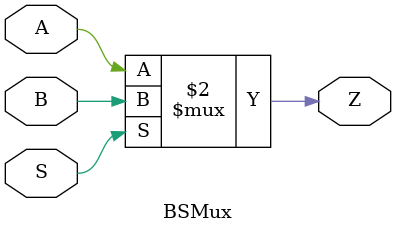
<source format=sv>
module BSMux (A, B, S, Z);

    input A, B, S; //declare data inputs
                        //declare select input
    output Z;      //declare output

    assign Z = S==0 ? A : B; //select input
endmodule

</source>
